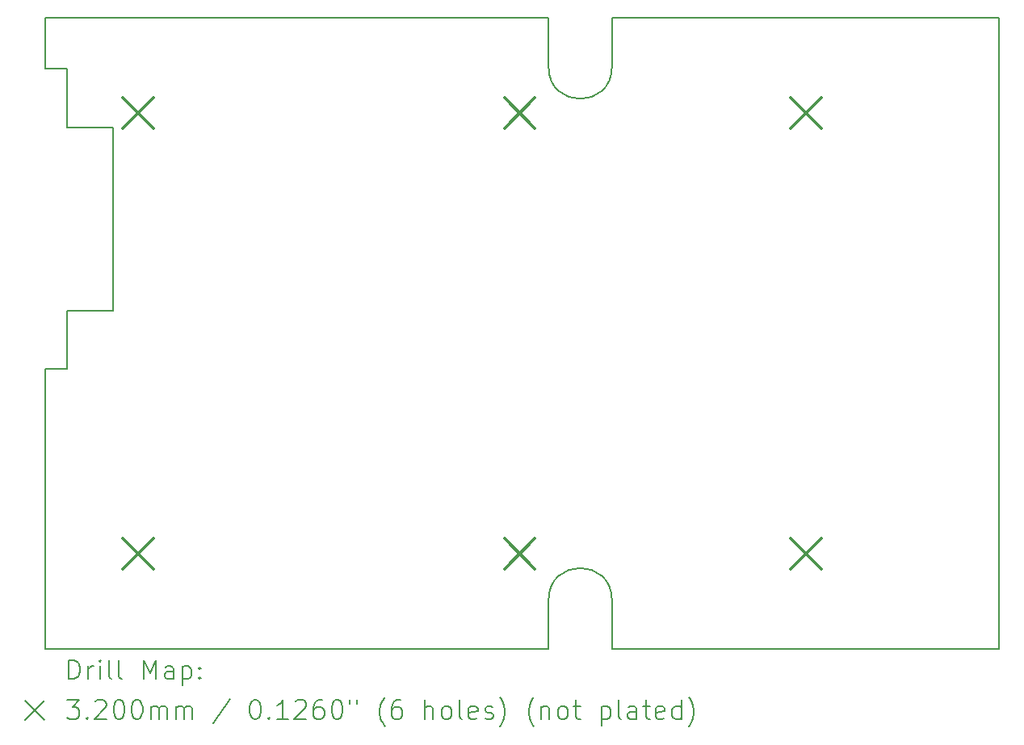
<source format=gbr>
%TF.GenerationSoftware,KiCad,Pcbnew,6.0.8+dfsg-1~bpo11+1+rpt1*%
%TF.CreationDate,2024-04-17T15:14:39-06:00*%
%TF.ProjectId,RetroWiFiModem,52657472-6f57-4694-9669-4d6f64656d2e,0.3*%
%TF.SameCoordinates,Original*%
%TF.FileFunction,Drillmap*%
%TF.FilePolarity,Positive*%
%FSLAX45Y45*%
G04 Gerber Fmt 4.5, Leading zero omitted, Abs format (unit mm)*
G04 Created by KiCad (PCBNEW 6.0.8+dfsg-1~bpo11+1+rpt1) date 2024-04-17 15:14:39*
%MOMM*%
%LPD*%
G01*
G04 APERTURE LIST*
%ADD10C,0.150000*%
%ADD11C,0.200000*%
%ADD12C,0.320000*%
G04 APERTURE END LIST*
D10*
X20970000Y-7583000D02*
X20970000Y-14197000D01*
X16248500Y-14197000D02*
X10970000Y-14197000D01*
X16911500Y-13682500D02*
G75*
G03*
X16248500Y-13682500I-331500J0D01*
G01*
X16911500Y-14197000D02*
X16911500Y-13682500D01*
X11198060Y-8114100D02*
X10970000Y-8114100D01*
X10970000Y-8114100D02*
X10970000Y-7583000D01*
X11683200Y-8727110D02*
X11198060Y-8727110D01*
X16248500Y-8097500D02*
G75*
G03*
X16911500Y-8097500I331500J0D01*
G01*
X16911500Y-8097500D02*
X16911500Y-7583000D01*
X11198060Y-8727110D02*
X11198060Y-8114100D01*
X11198060Y-10649890D02*
X11683200Y-10649890D01*
X11198060Y-11262900D02*
X11198060Y-10649890D01*
X16911500Y-7583000D02*
X20970000Y-7583000D01*
X16248500Y-13682500D02*
X16248500Y-14197000D01*
X16248500Y-7583000D02*
X16248500Y-8097500D01*
X20970000Y-14197000D02*
X16911500Y-14197000D01*
X10970000Y-7583000D02*
X16248500Y-7583000D01*
X11683200Y-10649890D02*
X11683200Y-8727110D01*
X10970000Y-14197000D02*
X10970000Y-11262900D01*
X10970000Y-11262900D02*
X11198060Y-11262900D01*
D11*
D12*
X11785000Y-8417000D02*
X12105000Y-8737000D01*
X12105000Y-8417000D02*
X11785000Y-8737000D01*
X11785000Y-13042000D02*
X12105000Y-13362000D01*
X12105000Y-13042000D02*
X11785000Y-13362000D01*
X15785000Y-8417000D02*
X16105000Y-8737000D01*
X16105000Y-8417000D02*
X15785000Y-8737000D01*
X15785000Y-13042000D02*
X16105000Y-13362000D01*
X16105000Y-13042000D02*
X15785000Y-13362000D01*
X18785000Y-8417000D02*
X19105000Y-8737000D01*
X19105000Y-8417000D02*
X18785000Y-8737000D01*
X18785000Y-13042000D02*
X19105000Y-13362000D01*
X19105000Y-13042000D02*
X18785000Y-13362000D01*
D11*
X11220119Y-14514976D02*
X11220119Y-14314976D01*
X11267738Y-14314976D01*
X11296309Y-14324500D01*
X11315357Y-14343548D01*
X11324881Y-14362595D01*
X11334405Y-14400690D01*
X11334405Y-14429262D01*
X11324881Y-14467357D01*
X11315357Y-14486405D01*
X11296309Y-14505452D01*
X11267738Y-14514976D01*
X11220119Y-14514976D01*
X11420119Y-14514976D02*
X11420119Y-14381643D01*
X11420119Y-14419738D02*
X11429643Y-14400690D01*
X11439167Y-14391167D01*
X11458214Y-14381643D01*
X11477262Y-14381643D01*
X11543928Y-14514976D02*
X11543928Y-14381643D01*
X11543928Y-14314976D02*
X11534405Y-14324500D01*
X11543928Y-14334024D01*
X11553452Y-14324500D01*
X11543928Y-14314976D01*
X11543928Y-14334024D01*
X11667738Y-14514976D02*
X11648690Y-14505452D01*
X11639167Y-14486405D01*
X11639167Y-14314976D01*
X11772500Y-14514976D02*
X11753452Y-14505452D01*
X11743928Y-14486405D01*
X11743928Y-14314976D01*
X12001071Y-14514976D02*
X12001071Y-14314976D01*
X12067738Y-14457833D01*
X12134405Y-14314976D01*
X12134405Y-14514976D01*
X12315357Y-14514976D02*
X12315357Y-14410214D01*
X12305833Y-14391167D01*
X12286786Y-14381643D01*
X12248690Y-14381643D01*
X12229643Y-14391167D01*
X12315357Y-14505452D02*
X12296309Y-14514976D01*
X12248690Y-14514976D01*
X12229643Y-14505452D01*
X12220119Y-14486405D01*
X12220119Y-14467357D01*
X12229643Y-14448309D01*
X12248690Y-14438786D01*
X12296309Y-14438786D01*
X12315357Y-14429262D01*
X12410595Y-14381643D02*
X12410595Y-14581643D01*
X12410595Y-14391167D02*
X12429643Y-14381643D01*
X12467738Y-14381643D01*
X12486786Y-14391167D01*
X12496309Y-14400690D01*
X12505833Y-14419738D01*
X12505833Y-14476881D01*
X12496309Y-14495928D01*
X12486786Y-14505452D01*
X12467738Y-14514976D01*
X12429643Y-14514976D01*
X12410595Y-14505452D01*
X12591548Y-14495928D02*
X12601071Y-14505452D01*
X12591548Y-14514976D01*
X12582024Y-14505452D01*
X12591548Y-14495928D01*
X12591548Y-14514976D01*
X12591548Y-14391167D02*
X12601071Y-14400690D01*
X12591548Y-14410214D01*
X12582024Y-14400690D01*
X12591548Y-14391167D01*
X12591548Y-14410214D01*
X10762500Y-14744500D02*
X10962500Y-14944500D01*
X10962500Y-14744500D02*
X10762500Y-14944500D01*
X11201071Y-14734976D02*
X11324881Y-14734976D01*
X11258214Y-14811167D01*
X11286786Y-14811167D01*
X11305833Y-14820690D01*
X11315357Y-14830214D01*
X11324881Y-14849262D01*
X11324881Y-14896881D01*
X11315357Y-14915928D01*
X11305833Y-14925452D01*
X11286786Y-14934976D01*
X11229643Y-14934976D01*
X11210595Y-14925452D01*
X11201071Y-14915928D01*
X11410595Y-14915928D02*
X11420119Y-14925452D01*
X11410595Y-14934976D01*
X11401071Y-14925452D01*
X11410595Y-14915928D01*
X11410595Y-14934976D01*
X11496309Y-14754024D02*
X11505833Y-14744500D01*
X11524881Y-14734976D01*
X11572500Y-14734976D01*
X11591548Y-14744500D01*
X11601071Y-14754024D01*
X11610595Y-14773071D01*
X11610595Y-14792119D01*
X11601071Y-14820690D01*
X11486786Y-14934976D01*
X11610595Y-14934976D01*
X11734405Y-14734976D02*
X11753452Y-14734976D01*
X11772500Y-14744500D01*
X11782024Y-14754024D01*
X11791548Y-14773071D01*
X11801071Y-14811167D01*
X11801071Y-14858786D01*
X11791548Y-14896881D01*
X11782024Y-14915928D01*
X11772500Y-14925452D01*
X11753452Y-14934976D01*
X11734405Y-14934976D01*
X11715357Y-14925452D01*
X11705833Y-14915928D01*
X11696309Y-14896881D01*
X11686786Y-14858786D01*
X11686786Y-14811167D01*
X11696309Y-14773071D01*
X11705833Y-14754024D01*
X11715357Y-14744500D01*
X11734405Y-14734976D01*
X11924881Y-14734976D02*
X11943928Y-14734976D01*
X11962976Y-14744500D01*
X11972500Y-14754024D01*
X11982024Y-14773071D01*
X11991548Y-14811167D01*
X11991548Y-14858786D01*
X11982024Y-14896881D01*
X11972500Y-14915928D01*
X11962976Y-14925452D01*
X11943928Y-14934976D01*
X11924881Y-14934976D01*
X11905833Y-14925452D01*
X11896309Y-14915928D01*
X11886786Y-14896881D01*
X11877262Y-14858786D01*
X11877262Y-14811167D01*
X11886786Y-14773071D01*
X11896309Y-14754024D01*
X11905833Y-14744500D01*
X11924881Y-14734976D01*
X12077262Y-14934976D02*
X12077262Y-14801643D01*
X12077262Y-14820690D02*
X12086786Y-14811167D01*
X12105833Y-14801643D01*
X12134405Y-14801643D01*
X12153452Y-14811167D01*
X12162976Y-14830214D01*
X12162976Y-14934976D01*
X12162976Y-14830214D02*
X12172500Y-14811167D01*
X12191548Y-14801643D01*
X12220119Y-14801643D01*
X12239167Y-14811167D01*
X12248690Y-14830214D01*
X12248690Y-14934976D01*
X12343928Y-14934976D02*
X12343928Y-14801643D01*
X12343928Y-14820690D02*
X12353452Y-14811167D01*
X12372500Y-14801643D01*
X12401071Y-14801643D01*
X12420119Y-14811167D01*
X12429643Y-14830214D01*
X12429643Y-14934976D01*
X12429643Y-14830214D02*
X12439167Y-14811167D01*
X12458214Y-14801643D01*
X12486786Y-14801643D01*
X12505833Y-14811167D01*
X12515357Y-14830214D01*
X12515357Y-14934976D01*
X12905833Y-14725452D02*
X12734405Y-14982595D01*
X13162976Y-14734976D02*
X13182024Y-14734976D01*
X13201071Y-14744500D01*
X13210595Y-14754024D01*
X13220119Y-14773071D01*
X13229643Y-14811167D01*
X13229643Y-14858786D01*
X13220119Y-14896881D01*
X13210595Y-14915928D01*
X13201071Y-14925452D01*
X13182024Y-14934976D01*
X13162976Y-14934976D01*
X13143928Y-14925452D01*
X13134405Y-14915928D01*
X13124881Y-14896881D01*
X13115357Y-14858786D01*
X13115357Y-14811167D01*
X13124881Y-14773071D01*
X13134405Y-14754024D01*
X13143928Y-14744500D01*
X13162976Y-14734976D01*
X13315357Y-14915928D02*
X13324881Y-14925452D01*
X13315357Y-14934976D01*
X13305833Y-14925452D01*
X13315357Y-14915928D01*
X13315357Y-14934976D01*
X13515357Y-14934976D02*
X13401071Y-14934976D01*
X13458214Y-14934976D02*
X13458214Y-14734976D01*
X13439167Y-14763548D01*
X13420119Y-14782595D01*
X13401071Y-14792119D01*
X13591548Y-14754024D02*
X13601071Y-14744500D01*
X13620119Y-14734976D01*
X13667738Y-14734976D01*
X13686786Y-14744500D01*
X13696309Y-14754024D01*
X13705833Y-14773071D01*
X13705833Y-14792119D01*
X13696309Y-14820690D01*
X13582024Y-14934976D01*
X13705833Y-14934976D01*
X13877262Y-14734976D02*
X13839167Y-14734976D01*
X13820119Y-14744500D01*
X13810595Y-14754024D01*
X13791548Y-14782595D01*
X13782024Y-14820690D01*
X13782024Y-14896881D01*
X13791548Y-14915928D01*
X13801071Y-14925452D01*
X13820119Y-14934976D01*
X13858214Y-14934976D01*
X13877262Y-14925452D01*
X13886786Y-14915928D01*
X13896309Y-14896881D01*
X13896309Y-14849262D01*
X13886786Y-14830214D01*
X13877262Y-14820690D01*
X13858214Y-14811167D01*
X13820119Y-14811167D01*
X13801071Y-14820690D01*
X13791548Y-14830214D01*
X13782024Y-14849262D01*
X14020119Y-14734976D02*
X14039167Y-14734976D01*
X14058214Y-14744500D01*
X14067738Y-14754024D01*
X14077262Y-14773071D01*
X14086786Y-14811167D01*
X14086786Y-14858786D01*
X14077262Y-14896881D01*
X14067738Y-14915928D01*
X14058214Y-14925452D01*
X14039167Y-14934976D01*
X14020119Y-14934976D01*
X14001071Y-14925452D01*
X13991548Y-14915928D01*
X13982024Y-14896881D01*
X13972500Y-14858786D01*
X13972500Y-14811167D01*
X13982024Y-14773071D01*
X13991548Y-14754024D01*
X14001071Y-14744500D01*
X14020119Y-14734976D01*
X14162976Y-14734976D02*
X14162976Y-14773071D01*
X14239167Y-14734976D02*
X14239167Y-14773071D01*
X14534405Y-15011167D02*
X14524881Y-15001643D01*
X14505833Y-14973071D01*
X14496309Y-14954024D01*
X14486786Y-14925452D01*
X14477262Y-14877833D01*
X14477262Y-14839738D01*
X14486786Y-14792119D01*
X14496309Y-14763548D01*
X14505833Y-14744500D01*
X14524881Y-14715928D01*
X14534405Y-14706405D01*
X14696309Y-14734976D02*
X14658214Y-14734976D01*
X14639167Y-14744500D01*
X14629643Y-14754024D01*
X14610595Y-14782595D01*
X14601071Y-14820690D01*
X14601071Y-14896881D01*
X14610595Y-14915928D01*
X14620119Y-14925452D01*
X14639167Y-14934976D01*
X14677262Y-14934976D01*
X14696309Y-14925452D01*
X14705833Y-14915928D01*
X14715357Y-14896881D01*
X14715357Y-14849262D01*
X14705833Y-14830214D01*
X14696309Y-14820690D01*
X14677262Y-14811167D01*
X14639167Y-14811167D01*
X14620119Y-14820690D01*
X14610595Y-14830214D01*
X14601071Y-14849262D01*
X14953452Y-14934976D02*
X14953452Y-14734976D01*
X15039167Y-14934976D02*
X15039167Y-14830214D01*
X15029643Y-14811167D01*
X15010595Y-14801643D01*
X14982024Y-14801643D01*
X14962976Y-14811167D01*
X14953452Y-14820690D01*
X15162976Y-14934976D02*
X15143928Y-14925452D01*
X15134405Y-14915928D01*
X15124881Y-14896881D01*
X15124881Y-14839738D01*
X15134405Y-14820690D01*
X15143928Y-14811167D01*
X15162976Y-14801643D01*
X15191548Y-14801643D01*
X15210595Y-14811167D01*
X15220119Y-14820690D01*
X15229643Y-14839738D01*
X15229643Y-14896881D01*
X15220119Y-14915928D01*
X15210595Y-14925452D01*
X15191548Y-14934976D01*
X15162976Y-14934976D01*
X15343928Y-14934976D02*
X15324881Y-14925452D01*
X15315357Y-14906405D01*
X15315357Y-14734976D01*
X15496309Y-14925452D02*
X15477262Y-14934976D01*
X15439167Y-14934976D01*
X15420119Y-14925452D01*
X15410595Y-14906405D01*
X15410595Y-14830214D01*
X15420119Y-14811167D01*
X15439167Y-14801643D01*
X15477262Y-14801643D01*
X15496309Y-14811167D01*
X15505833Y-14830214D01*
X15505833Y-14849262D01*
X15410595Y-14868309D01*
X15582024Y-14925452D02*
X15601071Y-14934976D01*
X15639167Y-14934976D01*
X15658214Y-14925452D01*
X15667738Y-14906405D01*
X15667738Y-14896881D01*
X15658214Y-14877833D01*
X15639167Y-14868309D01*
X15610595Y-14868309D01*
X15591548Y-14858786D01*
X15582024Y-14839738D01*
X15582024Y-14830214D01*
X15591548Y-14811167D01*
X15610595Y-14801643D01*
X15639167Y-14801643D01*
X15658214Y-14811167D01*
X15734405Y-15011167D02*
X15743928Y-15001643D01*
X15762976Y-14973071D01*
X15772500Y-14954024D01*
X15782024Y-14925452D01*
X15791548Y-14877833D01*
X15791548Y-14839738D01*
X15782024Y-14792119D01*
X15772500Y-14763548D01*
X15762976Y-14744500D01*
X15743928Y-14715928D01*
X15734405Y-14706405D01*
X16096309Y-15011167D02*
X16086786Y-15001643D01*
X16067738Y-14973071D01*
X16058214Y-14954024D01*
X16048690Y-14925452D01*
X16039167Y-14877833D01*
X16039167Y-14839738D01*
X16048690Y-14792119D01*
X16058214Y-14763548D01*
X16067738Y-14744500D01*
X16086786Y-14715928D01*
X16096309Y-14706405D01*
X16172500Y-14801643D02*
X16172500Y-14934976D01*
X16172500Y-14820690D02*
X16182024Y-14811167D01*
X16201071Y-14801643D01*
X16229643Y-14801643D01*
X16248690Y-14811167D01*
X16258214Y-14830214D01*
X16258214Y-14934976D01*
X16382024Y-14934976D02*
X16362976Y-14925452D01*
X16353452Y-14915928D01*
X16343928Y-14896881D01*
X16343928Y-14839738D01*
X16353452Y-14820690D01*
X16362976Y-14811167D01*
X16382024Y-14801643D01*
X16410595Y-14801643D01*
X16429643Y-14811167D01*
X16439167Y-14820690D01*
X16448690Y-14839738D01*
X16448690Y-14896881D01*
X16439167Y-14915928D01*
X16429643Y-14925452D01*
X16410595Y-14934976D01*
X16382024Y-14934976D01*
X16505833Y-14801643D02*
X16582024Y-14801643D01*
X16534405Y-14734976D02*
X16534405Y-14906405D01*
X16543928Y-14925452D01*
X16562976Y-14934976D01*
X16582024Y-14934976D01*
X16801071Y-14801643D02*
X16801071Y-15001643D01*
X16801071Y-14811167D02*
X16820119Y-14801643D01*
X16858214Y-14801643D01*
X16877262Y-14811167D01*
X16886786Y-14820690D01*
X16896310Y-14839738D01*
X16896310Y-14896881D01*
X16886786Y-14915928D01*
X16877262Y-14925452D01*
X16858214Y-14934976D01*
X16820119Y-14934976D01*
X16801071Y-14925452D01*
X17010595Y-14934976D02*
X16991548Y-14925452D01*
X16982024Y-14906405D01*
X16982024Y-14734976D01*
X17172500Y-14934976D02*
X17172500Y-14830214D01*
X17162976Y-14811167D01*
X17143929Y-14801643D01*
X17105833Y-14801643D01*
X17086786Y-14811167D01*
X17172500Y-14925452D02*
X17153452Y-14934976D01*
X17105833Y-14934976D01*
X17086786Y-14925452D01*
X17077262Y-14906405D01*
X17077262Y-14887357D01*
X17086786Y-14868309D01*
X17105833Y-14858786D01*
X17153452Y-14858786D01*
X17172500Y-14849262D01*
X17239167Y-14801643D02*
X17315357Y-14801643D01*
X17267738Y-14734976D02*
X17267738Y-14906405D01*
X17277262Y-14925452D01*
X17296310Y-14934976D01*
X17315357Y-14934976D01*
X17458214Y-14925452D02*
X17439167Y-14934976D01*
X17401071Y-14934976D01*
X17382024Y-14925452D01*
X17372500Y-14906405D01*
X17372500Y-14830214D01*
X17382024Y-14811167D01*
X17401071Y-14801643D01*
X17439167Y-14801643D01*
X17458214Y-14811167D01*
X17467738Y-14830214D01*
X17467738Y-14849262D01*
X17372500Y-14868309D01*
X17639167Y-14934976D02*
X17639167Y-14734976D01*
X17639167Y-14925452D02*
X17620119Y-14934976D01*
X17582024Y-14934976D01*
X17562976Y-14925452D01*
X17553452Y-14915928D01*
X17543929Y-14896881D01*
X17543929Y-14839738D01*
X17553452Y-14820690D01*
X17562976Y-14811167D01*
X17582024Y-14801643D01*
X17620119Y-14801643D01*
X17639167Y-14811167D01*
X17715357Y-15011167D02*
X17724881Y-15001643D01*
X17743929Y-14973071D01*
X17753452Y-14954024D01*
X17762976Y-14925452D01*
X17772500Y-14877833D01*
X17772500Y-14839738D01*
X17762976Y-14792119D01*
X17753452Y-14763548D01*
X17743929Y-14744500D01*
X17724881Y-14715928D01*
X17715357Y-14706405D01*
M02*

</source>
